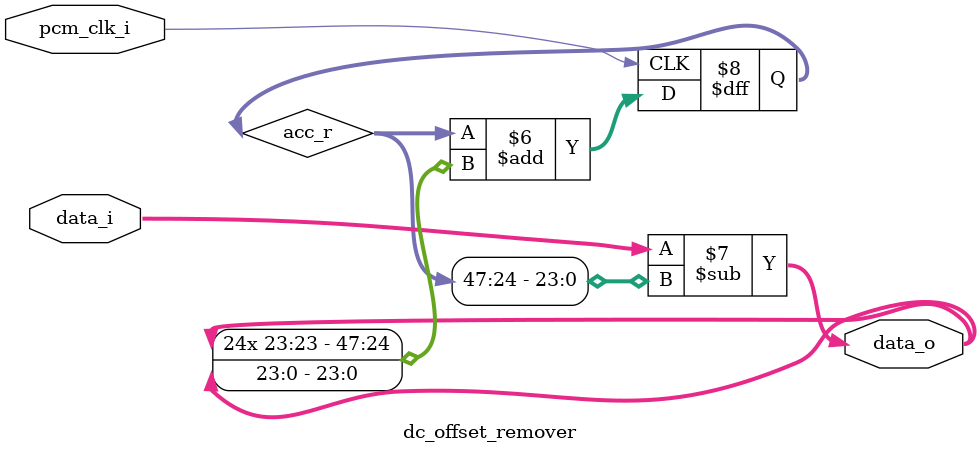
<source format=v>

`timescale 1ns/10ps


// PDM CIC Decimator
// Converts a two-wire PDM interface to left and right output data.
// The downconversion/decimation ratio, R, is set by (f_PDM / f_PCM) from the external clocks.
// N sets the number of cascaded stages, defaulting to 4 stages.
// Output data width is controlled by DataWidth, defaulting to 24 bits.
//   *** This width should be at least (N * log2(R) + 2) to avoid noise from truncation.
//
// PDM left/right channels are assigned per the following table:
// | Channel | SELECT | Data Changes On | Data Valid On |
// | ------- | ------ | --------------- | ------------- |
// | Left    | VDD/1  | Rising CLK      | Falling CLK   |
// | Right   | GND/0  | Falling CLK     | Rising CLK    |
//
// A CIC filter topology is a good first stage for high decimation ratios. 
// It is an area-efficient way to downsample with so-so antialiasing built in.
// It passes the binary data through N integrators.
// It passes the integrated data through N differentiators (comb stages) at a reduced clock.
// This provides a coarse low-pass response and inexpensive downsampling.
// 
// * This design assumes synchronous consumption of the output with the input clock edge.
//   There is no ready/valid handshaking on the output side.
//   *** pdm_clk_i AND pcm_clk_i MUST BE SYNCHRONOUS.
// * Both channels are processed together on pcm_clk_i after downsampling. 
//   This delays one channel by one half-cycle of pdm_clk_i relative to the other channel.
//   The delayed channel depends on the phase of pcm_clk_i relative to pdm_clk_i.
// * To reduce area and simplify startup, this design is a stream with undefined initial state. 
//   It assumes no detrimental effects from bad data on startup for the first (N+1)*R PDM clock cycles.
// 
module pdm_cic_decimator #(
  parameter DataWidth = 24, // Integer >= 2
  parameter N = 4 // Number of cascaded integrators/combs, positive integer
) (
  input                             pdm_clk_i, pdm_dat_i,
  input                             pcm_clk_i,
  output reg signed [DataWidth-1:0] ldata_o, rdata_o
);
  integer i;
  reg signed [DataWidth-1:0] int_l[N-1:0], int_r[N-1:0];
  always @(negedge pdm_clk_i) begin // Left channel integrator stages
    int_l[0] <= pdm_dat_i ? int_l[0]+1 : int_l[0]-1;
    for (i = 1; i < N; i = i+1) begin
      int_l[i] <= int_l[i] + int_l[i-1];
    end
  end
  always @(posedge pdm_clk_i) begin // Right channel integrator stages
    int_r[0] <= pdm_dat_i ? int_r[0]+1 : int_r[0]-1;
    for (i = 1; i < N; i = i+1) begin
      int_r[i] <= int_r[i] + int_r[i-1];
    end
  end
  
  reg signed [DataWidth-1:0] diff_l[N-1:0], diff_r[N-1:0];
  generate // Left channel comb stages
  if (N > 1) begin
    always @(posedge pcm_clk_i) begin
      diff_l[0] <= int_l[N-1];
      diff_l[1] <= int_l[N-1] - diff_l[0];
      for (i = 2; i < N; i = i+1) begin
        diff_l[i] <= diff_l[i-2] - diff_l[i-1];
      end
      ldata_o <= diff_l[N-2] - diff_l[N-1];
    end
  end else begin
    always @(posedge pcm_clk_i) begin
      diff_l[0] <= int_l[0];
      ldata_o <= int_l[0] - diff_l[0];
    end
  end
  endgenerate
  generate // Right channel comb stages
  if (N > 1) begin
    always @(posedge pcm_clk_i) begin
      diff_r[0] <= int_r[N-1];
      diff_r[1] <= int_r[N-1] - diff_r[0];
      for (i = 2; i < N; i = i+1) begin
        diff_r[i] <= diff_r[i-2] - diff_r[i-1];
      end
      rdata_o <= diff_r[N-2] - diff_r[N-1];
    end
  end else begin
    always @(posedge pcm_clk_i) begin
      diff_r[0] <= int_r[0];
      rdata_o <= int_r[0] - diff_r[0];
    end
  end
  endgenerate
endmodule // pdm_cic_decimator

// DC Offset Remover
// Calculates and removes the steady-state DC offset from a PCM stream
// The module uses an accumulator in a negative feedback loop to store an offset estimate.
// The accumulator uses a data width of twice the input/output width.
// Signals which do not change over many cycles set the offset estimate.
// 
module dc_offset_remover #(
  parameter DataWidth = 24 // Positive integer
) (
  input                         pcm_clk_i,
  input  signed [DataWidth-1:0] data_i,
  output signed [DataWidth-1:0] data_o // Output data is not clocked to save area
);
  reg signed [2*DataWidth-1:0] acc_r;
  always @(posedge pcm_clk_i) begin
    acc_r <= acc_r + { {DataWidth{data_o[DataWidth-1]}}, data_o };
  end
  
  assign data_o = data_i - acc_r[2*DataWidth-1:DataWidth];
endmodule //dc_offset_remover

</source>
